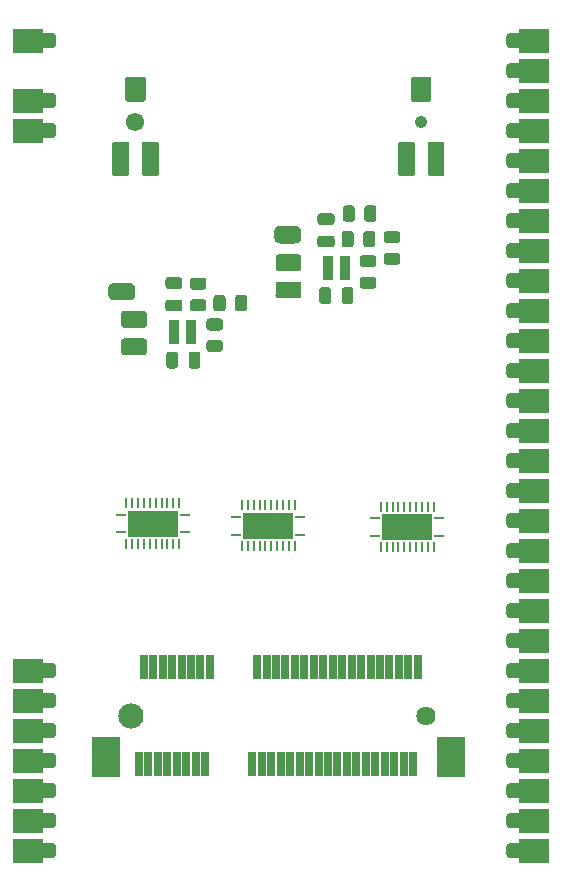
<source format=gts>
G04 #@! TF.GenerationSoftware,KiCad,Pcbnew,9.0.1+1*
G04 #@! TF.CreationDate,2025-11-12T15:12:02+00:00*
G04 #@! TF.ProjectId,cellular-modem,63656c6c-756c-4617-922d-6d6f64656d2e,rev?*
G04 #@! TF.SameCoordinates,Original*
G04 #@! TF.FileFunction,Soldermask,Top*
G04 #@! TF.FilePolarity,Negative*
%FSLAX46Y46*%
G04 Gerber Fmt 4.6, Leading zero omitted, Abs format (unit mm)*
G04 Created by KiCad (PCBNEW 9.0.1+1) date 2025-11-12 15:12:02*
%MOMM*%
%LPD*%
G01*
G04 APERTURE LIST*
%ADD10C,0.010000*%
%ADD11R,0.812800X0.254000*%
%ADD12R,0.254000X0.812800*%
%ADD13R,4.191000X2.209800*%
%ADD14C,1.550000*%
%ADD15C,1.050000*%
%ADD16R,0.640000X2.108200*%
%ADD17R,2.438400X3.352800*%
%ADD18C,2.133600*%
%ADD19C,1.625600*%
%ADD20R,2.540000X2.000000*%
G04 APERTURE END LIST*
D10*
X80240200Y-60796840D02*
X79480200Y-60796840D01*
X79480200Y-60376840D01*
X80240200Y-60376840D01*
X80240200Y-60796840D01*
G36*
X80240200Y-60796840D02*
G01*
X79480200Y-60796840D01*
X79480200Y-60376840D01*
X80240200Y-60376840D01*
X80240200Y-60796840D01*
G37*
X80240200Y-61296840D02*
X79480200Y-61296840D01*
X79480200Y-60876840D01*
X80240200Y-60876840D01*
X80240200Y-61296840D01*
G36*
X80240200Y-61296840D02*
G01*
X79480200Y-61296840D01*
X79480200Y-60876840D01*
X80240200Y-60876840D01*
X80240200Y-61296840D01*
G37*
X80240200Y-61796840D02*
X79480200Y-61796840D01*
X79480200Y-61376840D01*
X80240200Y-61376840D01*
X80240200Y-61796840D01*
G36*
X80240200Y-61796840D02*
G01*
X79480200Y-61796840D01*
X79480200Y-61376840D01*
X80240200Y-61376840D01*
X80240200Y-61796840D01*
G37*
X80240200Y-62296840D02*
X79480200Y-62296840D01*
X79480200Y-61876840D01*
X80240200Y-61876840D01*
X80240200Y-62296840D01*
G36*
X80240200Y-62296840D02*
G01*
X79480200Y-62296840D01*
X79480200Y-61876840D01*
X80240200Y-61876840D01*
X80240200Y-62296840D01*
G37*
X81710200Y-60796840D02*
X80950200Y-60796840D01*
X80950200Y-60376840D01*
X81710200Y-60376840D01*
X81710200Y-60796840D01*
G36*
X81710200Y-60796840D02*
G01*
X80950200Y-60796840D01*
X80950200Y-60376840D01*
X81710200Y-60376840D01*
X81710200Y-60796840D01*
G37*
X81710200Y-61296840D02*
X80950200Y-61296840D01*
X80950200Y-60876840D01*
X81710200Y-60876840D01*
X81710200Y-61296840D01*
G36*
X81710200Y-61296840D02*
G01*
X80950200Y-61296840D01*
X80950200Y-60876840D01*
X81710200Y-60876840D01*
X81710200Y-61296840D01*
G37*
X81710200Y-61796840D02*
X80950200Y-61796840D01*
X80950200Y-61376840D01*
X81710200Y-61376840D01*
X81710200Y-61796840D01*
G36*
X81710200Y-61796840D02*
G01*
X80950200Y-61796840D01*
X80950200Y-61376840D01*
X81710200Y-61376840D01*
X81710200Y-61796840D01*
G37*
X81710200Y-62296840D02*
X80950200Y-62296840D01*
X80950200Y-61876840D01*
X81710200Y-61876840D01*
X81710200Y-62296840D01*
G36*
X81710200Y-62296840D02*
G01*
X80950200Y-62296840D01*
X80950200Y-61876840D01*
X81710200Y-61876840D01*
X81710200Y-62296840D01*
G37*
G36*
X75644800Y-58687600D02*
G01*
X75344800Y-58687600D01*
X75344800Y-57187600D01*
X75644800Y-57187600D01*
X75644800Y-58687600D01*
G37*
X93288800Y-55353600D02*
X92528800Y-55353600D01*
X92528800Y-54933600D01*
X93288800Y-54933600D01*
X93288800Y-55353600D01*
G36*
X93288800Y-55353600D02*
G01*
X92528800Y-55353600D01*
X92528800Y-54933600D01*
X93288800Y-54933600D01*
X93288800Y-55353600D01*
G37*
X93288800Y-55853600D02*
X92528800Y-55853600D01*
X92528800Y-55433600D01*
X93288800Y-55433600D01*
X93288800Y-55853600D01*
G36*
X93288800Y-55853600D02*
G01*
X92528800Y-55853600D01*
X92528800Y-55433600D01*
X93288800Y-55433600D01*
X93288800Y-55853600D01*
G37*
X93288800Y-56353600D02*
X92528800Y-56353600D01*
X92528800Y-55933600D01*
X93288800Y-55933600D01*
X93288800Y-56353600D01*
G36*
X93288800Y-56353600D02*
G01*
X92528800Y-56353600D01*
X92528800Y-55933600D01*
X93288800Y-55933600D01*
X93288800Y-56353600D01*
G37*
X93288800Y-56853600D02*
X92528800Y-56853600D01*
X92528800Y-56433600D01*
X93288800Y-56433600D01*
X93288800Y-56853600D01*
G36*
X93288800Y-56853600D02*
G01*
X92528800Y-56853600D01*
X92528800Y-56433600D01*
X93288800Y-56433600D01*
X93288800Y-56853600D01*
G37*
X94758800Y-55353600D02*
X93998800Y-55353600D01*
X93998800Y-54933600D01*
X94758800Y-54933600D01*
X94758800Y-55353600D01*
G36*
X94758800Y-55353600D02*
G01*
X93998800Y-55353600D01*
X93998800Y-54933600D01*
X94758800Y-54933600D01*
X94758800Y-55353600D01*
G37*
X94758800Y-55853600D02*
X93998800Y-55853600D01*
X93998800Y-55433600D01*
X94758800Y-55433600D01*
X94758800Y-55853600D01*
G36*
X94758800Y-55853600D02*
G01*
X93998800Y-55853600D01*
X93998800Y-55433600D01*
X94758800Y-55433600D01*
X94758800Y-55853600D01*
G37*
X94758800Y-56353600D02*
X93998800Y-56353600D01*
X93998800Y-55933600D01*
X94758800Y-55933600D01*
X94758800Y-56353600D01*
G36*
X94758800Y-56353600D02*
G01*
X93998800Y-56353600D01*
X93998800Y-55933600D01*
X94758800Y-55933600D01*
X94758800Y-56353600D01*
G37*
X94758800Y-56853600D02*
X93998800Y-56853600D01*
X93998800Y-56433600D01*
X94758800Y-56433600D01*
X94758800Y-56853600D01*
G36*
X94758800Y-56853600D02*
G01*
X93998800Y-56853600D01*
X93998800Y-56433600D01*
X94758800Y-56433600D01*
X94758800Y-56853600D01*
G37*
G36*
X89695600Y-53887000D02*
G01*
X89395600Y-53887000D01*
X89395600Y-52387000D01*
X89695600Y-52387000D01*
X89695600Y-53887000D01*
G37*
D11*
X102383000Y-77140000D03*
D12*
X101915201Y-76162801D03*
X101415199Y-76162801D03*
X100915200Y-76162801D03*
X100415201Y-76162801D03*
X99915200Y-76162801D03*
X99415200Y-76162801D03*
X98915199Y-76162801D03*
X98415200Y-76162801D03*
X97915201Y-76162801D03*
X97415199Y-76162801D03*
D11*
X96947400Y-77140000D03*
X96947400Y-78640002D03*
D12*
X97415199Y-79617201D03*
X97915201Y-79617201D03*
X98415200Y-79617201D03*
X98915199Y-79617201D03*
X99415200Y-79617201D03*
X99915200Y-79617201D03*
X100415201Y-79617201D03*
X100915200Y-79617201D03*
X101415199Y-79617201D03*
X101915201Y-79617201D03*
D11*
X102383000Y-78640002D03*
D13*
X99665200Y-77890001D03*
G36*
G01*
X77375799Y-63338740D02*
X75675801Y-63338740D01*
G75*
G02*
X75425800Y-63088739I0J250001D01*
G01*
X75425800Y-62163741D01*
G75*
G02*
X75675801Y-61913740I250001J0D01*
G01*
X77375799Y-61913740D01*
G75*
G02*
X77625800Y-62163741I0J-250001D01*
G01*
X77625800Y-63088739D01*
G75*
G02*
X77375799Y-63338740I-250001J0D01*
G01*
G37*
G36*
G01*
X77375799Y-61013740D02*
X75675801Y-61013740D01*
G75*
G02*
X75425800Y-60763739I0J250001D01*
G01*
X75425800Y-59838741D01*
G75*
G02*
X75675801Y-59588740I250001J0D01*
G01*
X77375799Y-59588740D01*
G75*
G02*
X77625800Y-59838741I0J-250001D01*
G01*
X77625800Y-60763739D01*
G75*
G02*
X77375799Y-61013740I-250001J0D01*
G01*
G37*
G36*
G01*
X97919800Y-52829600D02*
X98819800Y-52829600D01*
G75*
G02*
X99069800Y-53079600I0J-250000D01*
G01*
X99069800Y-53604600D01*
G75*
G02*
X98819800Y-53854600I-250000J0D01*
G01*
X97919800Y-53854600D01*
G75*
G02*
X97669800Y-53604600I0J250000D01*
G01*
X97669800Y-53079600D01*
G75*
G02*
X97919800Y-52829600I250000J0D01*
G01*
G37*
G36*
G01*
X97919800Y-54654600D02*
X98819800Y-54654600D01*
G75*
G02*
X99069800Y-54904600I0J-250000D01*
G01*
X99069800Y-55429600D01*
G75*
G02*
X98819800Y-55679600I-250000J0D01*
G01*
X97919800Y-55679600D01*
G75*
G02*
X97669800Y-55429600I0J250000D01*
G01*
X97669800Y-54904600D01*
G75*
G02*
X97919800Y-54654600I250000J0D01*
G01*
G37*
G36*
G01*
X95110600Y-57818200D02*
X95110600Y-58768200D01*
G75*
G02*
X94860600Y-59018200I-250000J0D01*
G01*
X94360600Y-59018200D01*
G75*
G02*
X94110600Y-58768200I0J250000D01*
G01*
X94110600Y-57818200D01*
G75*
G02*
X94360600Y-57568200I250000J0D01*
G01*
X94860600Y-57568200D01*
G75*
G02*
X95110600Y-57818200I0J-250000D01*
G01*
G37*
G36*
G01*
X93210600Y-57818200D02*
X93210600Y-58768200D01*
G75*
G02*
X92960600Y-59018200I-250000J0D01*
G01*
X92460600Y-59018200D01*
G75*
G02*
X92210600Y-58768200I0J250000D01*
G01*
X92210600Y-57818200D01*
G75*
G02*
X92460600Y-57568200I250000J0D01*
G01*
X92960600Y-57568200D01*
G75*
G02*
X93210600Y-57818200I0J-250000D01*
G01*
G37*
G36*
G01*
X96787800Y-57709700D02*
X95887800Y-57709700D01*
G75*
G02*
X95637800Y-57459700I0J250000D01*
G01*
X95637800Y-56934700D01*
G75*
G02*
X95887800Y-56684700I250000J0D01*
G01*
X96787800Y-56684700D01*
G75*
G02*
X97037800Y-56934700I0J-250000D01*
G01*
X97037800Y-57459700D01*
G75*
G02*
X96787800Y-57709700I-250000J0D01*
G01*
G37*
G36*
G01*
X96787800Y-55884700D02*
X95887800Y-55884700D01*
G75*
G02*
X95637800Y-55634700I0J250000D01*
G01*
X95637800Y-55109700D01*
G75*
G02*
X95887800Y-54859700I250000J0D01*
G01*
X96787800Y-54859700D01*
G75*
G02*
X97037800Y-55109700I0J-250000D01*
G01*
X97037800Y-55634700D01*
G75*
G02*
X96787800Y-55884700I-250000J0D01*
G01*
G37*
D14*
X76651600Y-43563799D03*
D15*
X100851600Y-43563799D03*
G36*
G01*
X75799600Y-41763799D02*
X75799600Y-39863799D01*
G75*
G02*
X75901600Y-39761799I102000J0D01*
G01*
X77401600Y-39761799D01*
G75*
G02*
X77503600Y-39863799I0J-102000D01*
G01*
X77503600Y-41763799D01*
G75*
G02*
X77401600Y-41865799I-102000J0D01*
G01*
X75901600Y-41865799D01*
G75*
G02*
X75799600Y-41763799I0J102000D01*
G01*
G37*
G36*
G01*
X74699600Y-48063799D02*
X74699600Y-45363799D01*
G75*
G02*
X74801600Y-45261799I102000J0D01*
G01*
X76001600Y-45261799D01*
G75*
G02*
X76103600Y-45363799I0J-102000D01*
G01*
X76103600Y-48063799D01*
G75*
G02*
X76001600Y-48165799I-102000J0D01*
G01*
X74801600Y-48165799D01*
G75*
G02*
X74699600Y-48063799I0J102000D01*
G01*
G37*
G36*
G01*
X77199600Y-48063799D02*
X77199600Y-45363799D01*
G75*
G02*
X77301600Y-45261799I102000J0D01*
G01*
X78501600Y-45261799D01*
G75*
G02*
X78603600Y-45363799I0J-102000D01*
G01*
X78603600Y-48063799D01*
G75*
G02*
X78501600Y-48165799I-102000J0D01*
G01*
X77301600Y-48165799D01*
G75*
G02*
X77199600Y-48063799I0J102000D01*
G01*
G37*
G36*
G01*
X99999600Y-41763799D02*
X99999600Y-39863799D01*
G75*
G02*
X100101600Y-39761799I102000J0D01*
G01*
X101601600Y-39761799D01*
G75*
G02*
X101703600Y-39863799I0J-102000D01*
G01*
X101703600Y-41763799D01*
G75*
G02*
X101601600Y-41865799I-102000J0D01*
G01*
X100101600Y-41865799D01*
G75*
G02*
X99999600Y-41763799I0J102000D01*
G01*
G37*
G36*
G01*
X98899600Y-48063799D02*
X98899600Y-45363799D01*
G75*
G02*
X99001600Y-45261799I102000J0D01*
G01*
X100201600Y-45261799D01*
G75*
G02*
X100303600Y-45363799I0J-102000D01*
G01*
X100303600Y-48063799D01*
G75*
G02*
X100201600Y-48165799I-102000J0D01*
G01*
X99001600Y-48165799D01*
G75*
G02*
X98899600Y-48063799I0J102000D01*
G01*
G37*
G36*
G01*
X101399600Y-48063799D02*
X101399600Y-45363799D01*
G75*
G02*
X101501600Y-45261799I102000J0D01*
G01*
X102701600Y-45261799D01*
G75*
G02*
X102803600Y-45363799I0J-102000D01*
G01*
X102803600Y-48063799D01*
G75*
G02*
X102701600Y-48165799I-102000J0D01*
G01*
X101501600Y-48165799D01*
G75*
G02*
X101399600Y-48063799I0J102000D01*
G01*
G37*
G36*
G01*
X94101900Y-53968000D02*
X94101900Y-53068000D01*
G75*
G02*
X94351900Y-52818000I250000J0D01*
G01*
X94876900Y-52818000D01*
G75*
G02*
X95126900Y-53068000I0J-250000D01*
G01*
X95126900Y-53968000D01*
G75*
G02*
X94876900Y-54218000I-250000J0D01*
G01*
X94351900Y-54218000D01*
G75*
G02*
X94101900Y-53968000I0J250000D01*
G01*
G37*
G36*
G01*
X95926900Y-53968000D02*
X95926900Y-53068000D01*
G75*
G02*
X96176900Y-52818000I250000J0D01*
G01*
X96701900Y-52818000D01*
G75*
G02*
X96951900Y-53068000I0J-250000D01*
G01*
X96951900Y-53968000D01*
G75*
G02*
X96701900Y-54218000I-250000J0D01*
G01*
X96176900Y-54218000D01*
G75*
G02*
X95926900Y-53968000I0J250000D01*
G01*
G37*
D16*
X76951601Y-97958398D03*
X77351600Y-89758397D03*
X77751602Y-97958398D03*
X78151601Y-89758397D03*
X78551600Y-97958398D03*
X78951602Y-89758397D03*
X79351601Y-97958398D03*
X79751600Y-89758397D03*
X80151599Y-97958398D03*
X80551601Y-89758397D03*
X80951600Y-97958398D03*
X81351600Y-89758397D03*
X81751601Y-97958398D03*
X82151601Y-89758397D03*
X82551600Y-97958398D03*
X82951601Y-89758397D03*
X86551599Y-97958398D03*
X86951601Y-89758397D03*
X87351600Y-97958398D03*
X87751599Y-89758397D03*
X88151601Y-97958398D03*
X88551600Y-89758397D03*
X88951600Y-97958398D03*
X89351599Y-89758397D03*
X89751601Y-97958398D03*
X90151600Y-89758397D03*
X90551599Y-97958398D03*
X90951601Y-89758397D03*
X91351600Y-97958398D03*
X91751599Y-89758397D03*
X92151598Y-97958398D03*
X92551600Y-89758397D03*
X92951599Y-97958398D03*
X93351598Y-89758397D03*
X93751600Y-97958398D03*
X94151599Y-89758397D03*
X94551599Y-97958398D03*
X94951600Y-89758397D03*
X95351599Y-97958398D03*
X95751599Y-89758397D03*
X96151598Y-97958398D03*
X96551600Y-89758397D03*
X96951599Y-97958398D03*
X97351598Y-89758397D03*
X97751600Y-97958398D03*
X98151599Y-89758397D03*
X98551598Y-97958398D03*
X98951600Y-89758397D03*
X99351599Y-97958398D03*
X99751598Y-89758397D03*
X100151598Y-97958398D03*
X100551599Y-89758397D03*
D17*
X74176598Y-97358400D03*
X103326602Y-97358400D03*
D18*
X76251599Y-93858465D03*
D19*
X101251601Y-93858399D03*
G36*
G01*
X90456799Y-58536700D02*
X88756801Y-58536700D01*
G75*
G02*
X88506800Y-58286699I0J250001D01*
G01*
X88506800Y-57361701D01*
G75*
G02*
X88756801Y-57111700I250001J0D01*
G01*
X90456799Y-57111700D01*
G75*
G02*
X90706800Y-57361701I0J-250001D01*
G01*
X90706800Y-58286699D01*
G75*
G02*
X90456799Y-58536700I-250001J0D01*
G01*
G37*
G36*
G01*
X90456799Y-56211700D02*
X88756801Y-56211700D01*
G75*
G02*
X88506800Y-55961699I0J250001D01*
G01*
X88506800Y-55036701D01*
G75*
G02*
X88756801Y-54786700I250001J0D01*
G01*
X90456799Y-54786700D01*
G75*
G02*
X90706800Y-55036701I0J-250001D01*
G01*
X90706800Y-55961699D01*
G75*
G02*
X90456799Y-56211700I-250001J0D01*
G01*
G37*
G36*
X75644800Y-57187600D02*
G01*
X76144800Y-57187600D01*
X76144800Y-57191878D01*
X76210063Y-57191878D01*
X76336142Y-57225660D01*
X76449181Y-57290923D01*
X76541477Y-57383219D01*
X76606740Y-57496258D01*
X76640522Y-57622337D01*
X76640522Y-57687600D01*
X76644800Y-57687600D01*
X76644800Y-58187600D01*
X76640522Y-58187600D01*
X76640522Y-58252863D01*
X76606740Y-58378942D01*
X76541477Y-58491981D01*
X76449181Y-58584277D01*
X76336142Y-58649540D01*
X76210063Y-58683322D01*
X76144800Y-58683322D01*
X76144800Y-58687600D01*
X75644800Y-58687600D01*
X75644800Y-57187600D01*
G37*
G36*
X74844800Y-58683322D02*
G01*
X74779537Y-58683322D01*
X74653458Y-58649540D01*
X74540419Y-58584277D01*
X74448123Y-58491981D01*
X74382860Y-58378942D01*
X74349078Y-58252863D01*
X74349078Y-58187600D01*
X74344800Y-58187600D01*
X74344800Y-57687600D01*
X74349078Y-57687600D01*
X74349078Y-57622337D01*
X74382860Y-57496258D01*
X74448123Y-57383219D01*
X74540419Y-57290923D01*
X74653458Y-57225660D01*
X74779537Y-57191878D01*
X74844800Y-57191878D01*
X74844800Y-57187600D01*
X75344800Y-57187600D01*
X75344800Y-58687600D01*
X74844800Y-58687600D01*
X74844800Y-58683322D01*
G37*
D11*
X85187200Y-78525001D03*
D12*
X85654999Y-79502200D03*
X86155001Y-79502200D03*
X86655000Y-79502200D03*
X87154999Y-79502200D03*
X87655000Y-79502200D03*
X88155000Y-79502200D03*
X88655001Y-79502200D03*
X89155000Y-79502200D03*
X89654999Y-79502200D03*
X90155001Y-79502200D03*
D11*
X90622800Y-78525001D03*
X90622800Y-77024999D03*
D12*
X90155001Y-76047800D03*
X89654999Y-76047800D03*
X89155000Y-76047800D03*
X88655001Y-76047800D03*
X88155000Y-76047800D03*
X87655000Y-76047800D03*
X87154999Y-76047800D03*
X86655000Y-76047800D03*
X86155001Y-76047800D03*
X85654999Y-76047800D03*
D11*
X85187200Y-77024999D03*
D13*
X87905000Y-77775000D03*
G36*
G01*
X94199700Y-51809000D02*
X94199700Y-50909000D01*
G75*
G02*
X94449700Y-50659000I250000J0D01*
G01*
X94974700Y-50659000D01*
G75*
G02*
X95224700Y-50909000I0J-250000D01*
G01*
X95224700Y-51809000D01*
G75*
G02*
X94974700Y-52059000I-250000J0D01*
G01*
X94449700Y-52059000D01*
G75*
G02*
X94199700Y-51809000I0J250000D01*
G01*
G37*
G36*
G01*
X96024700Y-51809000D02*
X96024700Y-50909000D01*
G75*
G02*
X96274700Y-50659000I250000J0D01*
G01*
X96799700Y-50659000D01*
G75*
G02*
X97049700Y-50909000I0J-250000D01*
G01*
X97049700Y-51809000D01*
G75*
G02*
X96799700Y-52059000I-250000J0D01*
G01*
X96274700Y-52059000D01*
G75*
G02*
X96024700Y-51809000I0J250000D01*
G01*
G37*
G36*
G01*
X83254200Y-59379640D02*
X83254200Y-58479640D01*
G75*
G02*
X83504200Y-58229640I250000J0D01*
G01*
X84029200Y-58229640D01*
G75*
G02*
X84279200Y-58479640I0J-250000D01*
G01*
X84279200Y-59379640D01*
G75*
G02*
X84029200Y-59629640I-250000J0D01*
G01*
X83504200Y-59629640D01*
G75*
G02*
X83254200Y-59379640I0J250000D01*
G01*
G37*
G36*
G01*
X85079200Y-59379640D02*
X85079200Y-58479640D01*
G75*
G02*
X85329200Y-58229640I250000J0D01*
G01*
X85854200Y-58229640D01*
G75*
G02*
X86104200Y-58479640I0J-250000D01*
G01*
X86104200Y-59379640D01*
G75*
G02*
X85854200Y-59629640I-250000J0D01*
G01*
X85329200Y-59629640D01*
G75*
G02*
X85079200Y-59379640I0J250000D01*
G01*
G37*
G36*
G01*
X83808400Y-63074340D02*
X82908400Y-63074340D01*
G75*
G02*
X82658400Y-62824340I0J250000D01*
G01*
X82658400Y-62299340D01*
G75*
G02*
X82908400Y-62049340I250000J0D01*
G01*
X83808400Y-62049340D01*
G75*
G02*
X84058400Y-62299340I0J-250000D01*
G01*
X84058400Y-62824340D01*
G75*
G02*
X83808400Y-63074340I-250000J0D01*
G01*
G37*
G36*
G01*
X83808400Y-61249340D02*
X82908400Y-61249340D01*
G75*
G02*
X82658400Y-60999340I0J250000D01*
G01*
X82658400Y-60474340D01*
G75*
G02*
X82908400Y-60224340I250000J0D01*
G01*
X83808400Y-60224340D01*
G75*
G02*
X84058400Y-60474340I0J-250000D01*
G01*
X84058400Y-60999340D01*
G75*
G02*
X83808400Y-61249340I-250000J0D01*
G01*
G37*
D20*
X67585200Y-36703200D03*
G36*
G01*
X69910200Y-36328200D02*
X69910200Y-37078200D01*
G75*
G02*
X69660200Y-37328200I-250000J0D01*
G01*
X68910200Y-37328200D01*
G75*
G02*
X68660200Y-37078200I0J250000D01*
G01*
X68660200Y-36328200D01*
G75*
G02*
X68910200Y-36078200I250000J0D01*
G01*
X69660200Y-36078200D01*
G75*
G02*
X69910200Y-36328200I0J-250000D01*
G01*
G37*
X67585200Y-41783200D03*
G36*
G01*
X69910200Y-41408200D02*
X69910200Y-42158200D01*
G75*
G02*
X69660200Y-42408200I-250000J0D01*
G01*
X68910200Y-42408200D01*
G75*
G02*
X68660200Y-42158200I0J250000D01*
G01*
X68660200Y-41408200D01*
G75*
G02*
X68910200Y-41158200I250000J0D01*
G01*
X69660200Y-41158200D01*
G75*
G02*
X69910200Y-41408200I0J-250000D01*
G01*
G37*
X67585200Y-44323200D03*
G36*
G01*
X69910200Y-43948200D02*
X69910200Y-44698200D01*
G75*
G02*
X69660200Y-44948200I-250000J0D01*
G01*
X68910200Y-44948200D01*
G75*
G02*
X68660200Y-44698200I0J250000D01*
G01*
X68660200Y-43948200D01*
G75*
G02*
X68910200Y-43698200I250000J0D01*
G01*
X69660200Y-43698200D01*
G75*
G02*
X69910200Y-43948200I0J-250000D01*
G01*
G37*
X67585200Y-90043200D03*
G36*
G01*
X69910200Y-89668200D02*
X69910200Y-90418200D01*
G75*
G02*
X69660200Y-90668200I-250000J0D01*
G01*
X68910200Y-90668200D01*
G75*
G02*
X68660200Y-90418200I0J250000D01*
G01*
X68660200Y-89668200D01*
G75*
G02*
X68910200Y-89418200I250000J0D01*
G01*
X69660200Y-89418200D01*
G75*
G02*
X69910200Y-89668200I0J-250000D01*
G01*
G37*
X67585200Y-92583200D03*
G36*
G01*
X69910200Y-92208200D02*
X69910200Y-92958200D01*
G75*
G02*
X69660200Y-93208200I-250000J0D01*
G01*
X68910200Y-93208200D01*
G75*
G02*
X68660200Y-92958200I0J250000D01*
G01*
X68660200Y-92208200D01*
G75*
G02*
X68910200Y-91958200I250000J0D01*
G01*
X69660200Y-91958200D01*
G75*
G02*
X69910200Y-92208200I0J-250000D01*
G01*
G37*
X67585200Y-95123200D03*
G36*
G01*
X69910200Y-94748200D02*
X69910200Y-95498200D01*
G75*
G02*
X69660200Y-95748200I-250000J0D01*
G01*
X68910200Y-95748200D01*
G75*
G02*
X68660200Y-95498200I0J250000D01*
G01*
X68660200Y-94748200D01*
G75*
G02*
X68910200Y-94498200I250000J0D01*
G01*
X69660200Y-94498200D01*
G75*
G02*
X69910200Y-94748200I0J-250000D01*
G01*
G37*
X67585200Y-97663200D03*
G36*
G01*
X69910200Y-97288200D02*
X69910200Y-98038200D01*
G75*
G02*
X69660200Y-98288200I-250000J0D01*
G01*
X68910200Y-98288200D01*
G75*
G02*
X68660200Y-98038200I0J250000D01*
G01*
X68660200Y-97288200D01*
G75*
G02*
X68910200Y-97038200I250000J0D01*
G01*
X69660200Y-97038200D01*
G75*
G02*
X69910200Y-97288200I0J-250000D01*
G01*
G37*
X67585200Y-100203200D03*
G36*
G01*
X69910200Y-99828200D02*
X69910200Y-100578200D01*
G75*
G02*
X69660200Y-100828200I-250000J0D01*
G01*
X68910200Y-100828200D01*
G75*
G02*
X68660200Y-100578200I0J250000D01*
G01*
X68660200Y-99828200D01*
G75*
G02*
X68910200Y-99578200I250000J0D01*
G01*
X69660200Y-99578200D01*
G75*
G02*
X69910200Y-99828200I0J-250000D01*
G01*
G37*
X67585200Y-102743200D03*
G36*
G01*
X69910200Y-102368200D02*
X69910200Y-103118200D01*
G75*
G02*
X69660200Y-103368200I-250000J0D01*
G01*
X68910200Y-103368200D01*
G75*
G02*
X68660200Y-103118200I0J250000D01*
G01*
X68660200Y-102368200D01*
G75*
G02*
X68910200Y-102118200I250000J0D01*
G01*
X69660200Y-102118200D01*
G75*
G02*
X69910200Y-102368200I0J-250000D01*
G01*
G37*
X67585200Y-105283200D03*
G36*
G01*
X69910200Y-104908200D02*
X69910200Y-105658200D01*
G75*
G02*
X69660200Y-105908200I-250000J0D01*
G01*
X68910200Y-105908200D01*
G75*
G02*
X68660200Y-105658200I0J250000D01*
G01*
X68660200Y-104908200D01*
G75*
G02*
X68910200Y-104658200I250000J0D01*
G01*
X69660200Y-104658200D01*
G75*
G02*
X69910200Y-104908200I0J-250000D01*
G01*
G37*
G36*
G01*
X109310200Y-36328200D02*
X109310200Y-37078200D01*
G75*
G02*
X109060200Y-37328200I-250000J0D01*
G01*
X108310200Y-37328200D01*
G75*
G02*
X108060200Y-37078200I0J250000D01*
G01*
X108060200Y-36328200D01*
G75*
G02*
X108310200Y-36078200I250000J0D01*
G01*
X109060200Y-36078200D01*
G75*
G02*
X109310200Y-36328200I0J-250000D01*
G01*
G37*
X110385200Y-36703200D03*
G36*
G01*
X109310200Y-38868200D02*
X109310200Y-39618200D01*
G75*
G02*
X109060200Y-39868200I-250000J0D01*
G01*
X108310200Y-39868200D01*
G75*
G02*
X108060200Y-39618200I0J250000D01*
G01*
X108060200Y-38868200D01*
G75*
G02*
X108310200Y-38618200I250000J0D01*
G01*
X109060200Y-38618200D01*
G75*
G02*
X109310200Y-38868200I0J-250000D01*
G01*
G37*
X110385200Y-39243200D03*
G36*
G01*
X109310200Y-41408200D02*
X109310200Y-42158200D01*
G75*
G02*
X109060200Y-42408200I-250000J0D01*
G01*
X108310200Y-42408200D01*
G75*
G02*
X108060200Y-42158200I0J250000D01*
G01*
X108060200Y-41408200D01*
G75*
G02*
X108310200Y-41158200I250000J0D01*
G01*
X109060200Y-41158200D01*
G75*
G02*
X109310200Y-41408200I0J-250000D01*
G01*
G37*
X110385200Y-41783200D03*
G36*
G01*
X109310200Y-43948200D02*
X109310200Y-44698200D01*
G75*
G02*
X109060200Y-44948200I-250000J0D01*
G01*
X108310200Y-44948200D01*
G75*
G02*
X108060200Y-44698200I0J250000D01*
G01*
X108060200Y-43948200D01*
G75*
G02*
X108310200Y-43698200I250000J0D01*
G01*
X109060200Y-43698200D01*
G75*
G02*
X109310200Y-43948200I0J-250000D01*
G01*
G37*
X110385200Y-44323200D03*
G36*
G01*
X109310200Y-46488200D02*
X109310200Y-47238200D01*
G75*
G02*
X109060200Y-47488200I-250000J0D01*
G01*
X108310200Y-47488200D01*
G75*
G02*
X108060200Y-47238200I0J250000D01*
G01*
X108060200Y-46488200D01*
G75*
G02*
X108310200Y-46238200I250000J0D01*
G01*
X109060200Y-46238200D01*
G75*
G02*
X109310200Y-46488200I0J-250000D01*
G01*
G37*
X110385200Y-46863200D03*
G36*
G01*
X109310200Y-49028200D02*
X109310200Y-49778200D01*
G75*
G02*
X109060200Y-50028200I-250000J0D01*
G01*
X108310200Y-50028200D01*
G75*
G02*
X108060200Y-49778200I0J250000D01*
G01*
X108060200Y-49028200D01*
G75*
G02*
X108310200Y-48778200I250000J0D01*
G01*
X109060200Y-48778200D01*
G75*
G02*
X109310200Y-49028200I0J-250000D01*
G01*
G37*
X110385200Y-49403200D03*
G36*
G01*
X109310200Y-51568200D02*
X109310200Y-52318200D01*
G75*
G02*
X109060200Y-52568200I-250000J0D01*
G01*
X108310200Y-52568200D01*
G75*
G02*
X108060200Y-52318200I0J250000D01*
G01*
X108060200Y-51568200D01*
G75*
G02*
X108310200Y-51318200I250000J0D01*
G01*
X109060200Y-51318200D01*
G75*
G02*
X109310200Y-51568200I0J-250000D01*
G01*
G37*
X110385200Y-51943200D03*
G36*
G01*
X109310200Y-54108200D02*
X109310200Y-54858200D01*
G75*
G02*
X109060200Y-55108200I-250000J0D01*
G01*
X108310200Y-55108200D01*
G75*
G02*
X108060200Y-54858200I0J250000D01*
G01*
X108060200Y-54108200D01*
G75*
G02*
X108310200Y-53858200I250000J0D01*
G01*
X109060200Y-53858200D01*
G75*
G02*
X109310200Y-54108200I0J-250000D01*
G01*
G37*
X110385200Y-54483200D03*
G36*
G01*
X109310200Y-56648200D02*
X109310200Y-57398200D01*
G75*
G02*
X109060200Y-57648200I-250000J0D01*
G01*
X108310200Y-57648200D01*
G75*
G02*
X108060200Y-57398200I0J250000D01*
G01*
X108060200Y-56648200D01*
G75*
G02*
X108310200Y-56398200I250000J0D01*
G01*
X109060200Y-56398200D01*
G75*
G02*
X109310200Y-56648200I0J-250000D01*
G01*
G37*
X110385200Y-57023200D03*
G36*
G01*
X109310200Y-59188200D02*
X109310200Y-59938200D01*
G75*
G02*
X109060200Y-60188200I-250000J0D01*
G01*
X108310200Y-60188200D01*
G75*
G02*
X108060200Y-59938200I0J250000D01*
G01*
X108060200Y-59188200D01*
G75*
G02*
X108310200Y-58938200I250000J0D01*
G01*
X109060200Y-58938200D01*
G75*
G02*
X109310200Y-59188200I0J-250000D01*
G01*
G37*
X110385200Y-59563200D03*
G36*
G01*
X109310200Y-61728200D02*
X109310200Y-62478200D01*
G75*
G02*
X109060200Y-62728200I-250000J0D01*
G01*
X108310200Y-62728200D01*
G75*
G02*
X108060200Y-62478200I0J250000D01*
G01*
X108060200Y-61728200D01*
G75*
G02*
X108310200Y-61478200I250000J0D01*
G01*
X109060200Y-61478200D01*
G75*
G02*
X109310200Y-61728200I0J-250000D01*
G01*
G37*
X110385200Y-62103200D03*
G36*
G01*
X109310200Y-64268200D02*
X109310200Y-65018200D01*
G75*
G02*
X109060200Y-65268200I-250000J0D01*
G01*
X108310200Y-65268200D01*
G75*
G02*
X108060200Y-65018200I0J250000D01*
G01*
X108060200Y-64268200D01*
G75*
G02*
X108310200Y-64018200I250000J0D01*
G01*
X109060200Y-64018200D01*
G75*
G02*
X109310200Y-64268200I0J-250000D01*
G01*
G37*
X110385200Y-64643200D03*
G36*
G01*
X109310200Y-66808200D02*
X109310200Y-67558200D01*
G75*
G02*
X109060200Y-67808200I-250000J0D01*
G01*
X108310200Y-67808200D01*
G75*
G02*
X108060200Y-67558200I0J250000D01*
G01*
X108060200Y-66808200D01*
G75*
G02*
X108310200Y-66558200I250000J0D01*
G01*
X109060200Y-66558200D01*
G75*
G02*
X109310200Y-66808200I0J-250000D01*
G01*
G37*
X110385200Y-67183200D03*
G36*
G01*
X109310200Y-69348200D02*
X109310200Y-70098200D01*
G75*
G02*
X109060200Y-70348200I-250000J0D01*
G01*
X108310200Y-70348200D01*
G75*
G02*
X108060200Y-70098200I0J250000D01*
G01*
X108060200Y-69348200D01*
G75*
G02*
X108310200Y-69098200I250000J0D01*
G01*
X109060200Y-69098200D01*
G75*
G02*
X109310200Y-69348200I0J-250000D01*
G01*
G37*
X110385200Y-69723200D03*
G36*
G01*
X109310200Y-71888200D02*
X109310200Y-72638200D01*
G75*
G02*
X109060200Y-72888200I-250000J0D01*
G01*
X108310200Y-72888200D01*
G75*
G02*
X108060200Y-72638200I0J250000D01*
G01*
X108060200Y-71888200D01*
G75*
G02*
X108310200Y-71638200I250000J0D01*
G01*
X109060200Y-71638200D01*
G75*
G02*
X109310200Y-71888200I0J-250000D01*
G01*
G37*
X110385200Y-72263200D03*
G36*
G01*
X109310200Y-74428200D02*
X109310200Y-75178200D01*
G75*
G02*
X109060200Y-75428200I-250000J0D01*
G01*
X108310200Y-75428200D01*
G75*
G02*
X108060200Y-75178200I0J250000D01*
G01*
X108060200Y-74428200D01*
G75*
G02*
X108310200Y-74178200I250000J0D01*
G01*
X109060200Y-74178200D01*
G75*
G02*
X109310200Y-74428200I0J-250000D01*
G01*
G37*
X110385200Y-74803200D03*
G36*
G01*
X109310200Y-76968200D02*
X109310200Y-77718200D01*
G75*
G02*
X109060200Y-77968200I-250000J0D01*
G01*
X108310200Y-77968200D01*
G75*
G02*
X108060200Y-77718200I0J250000D01*
G01*
X108060200Y-76968200D01*
G75*
G02*
X108310200Y-76718200I250000J0D01*
G01*
X109060200Y-76718200D01*
G75*
G02*
X109310200Y-76968200I0J-250000D01*
G01*
G37*
X110385200Y-77343200D03*
G36*
G01*
X109310200Y-79508200D02*
X109310200Y-80258200D01*
G75*
G02*
X109060200Y-80508200I-250000J0D01*
G01*
X108310200Y-80508200D01*
G75*
G02*
X108060200Y-80258200I0J250000D01*
G01*
X108060200Y-79508200D01*
G75*
G02*
X108310200Y-79258200I250000J0D01*
G01*
X109060200Y-79258200D01*
G75*
G02*
X109310200Y-79508200I0J-250000D01*
G01*
G37*
X110385200Y-79883200D03*
G36*
G01*
X109310200Y-82048200D02*
X109310200Y-82798200D01*
G75*
G02*
X109060200Y-83048200I-250000J0D01*
G01*
X108310200Y-83048200D01*
G75*
G02*
X108060200Y-82798200I0J250000D01*
G01*
X108060200Y-82048200D01*
G75*
G02*
X108310200Y-81798200I250000J0D01*
G01*
X109060200Y-81798200D01*
G75*
G02*
X109310200Y-82048200I0J-250000D01*
G01*
G37*
X110385200Y-82423200D03*
G36*
G01*
X109310200Y-84588200D02*
X109310200Y-85338200D01*
G75*
G02*
X109060200Y-85588200I-250000J0D01*
G01*
X108310200Y-85588200D01*
G75*
G02*
X108060200Y-85338200I0J250000D01*
G01*
X108060200Y-84588200D01*
G75*
G02*
X108310200Y-84338200I250000J0D01*
G01*
X109060200Y-84338200D01*
G75*
G02*
X109310200Y-84588200I0J-250000D01*
G01*
G37*
X110385200Y-84963200D03*
G36*
G01*
X109310200Y-87128200D02*
X109310200Y-87878200D01*
G75*
G02*
X109060200Y-88128200I-250000J0D01*
G01*
X108310200Y-88128200D01*
G75*
G02*
X108060200Y-87878200I0J250000D01*
G01*
X108060200Y-87128200D01*
G75*
G02*
X108310200Y-86878200I250000J0D01*
G01*
X109060200Y-86878200D01*
G75*
G02*
X109310200Y-87128200I0J-250000D01*
G01*
G37*
X110385200Y-87503200D03*
G36*
G01*
X109310200Y-89668200D02*
X109310200Y-90418200D01*
G75*
G02*
X109060200Y-90668200I-250000J0D01*
G01*
X108310200Y-90668200D01*
G75*
G02*
X108060200Y-90418200I0J250000D01*
G01*
X108060200Y-89668200D01*
G75*
G02*
X108310200Y-89418200I250000J0D01*
G01*
X109060200Y-89418200D01*
G75*
G02*
X109310200Y-89668200I0J-250000D01*
G01*
G37*
X110385200Y-90043200D03*
G36*
G01*
X109310200Y-92208200D02*
X109310200Y-92958200D01*
G75*
G02*
X109060200Y-93208200I-250000J0D01*
G01*
X108310200Y-93208200D01*
G75*
G02*
X108060200Y-92958200I0J250000D01*
G01*
X108060200Y-92208200D01*
G75*
G02*
X108310200Y-91958200I250000J0D01*
G01*
X109060200Y-91958200D01*
G75*
G02*
X109310200Y-92208200I0J-250000D01*
G01*
G37*
X110385200Y-92583200D03*
G36*
G01*
X109310200Y-94748200D02*
X109310200Y-95498200D01*
G75*
G02*
X109060200Y-95748200I-250000J0D01*
G01*
X108310200Y-95748200D01*
G75*
G02*
X108060200Y-95498200I0J250000D01*
G01*
X108060200Y-94748200D01*
G75*
G02*
X108310200Y-94498200I250000J0D01*
G01*
X109060200Y-94498200D01*
G75*
G02*
X109310200Y-94748200I0J-250000D01*
G01*
G37*
X110385200Y-95123200D03*
G36*
G01*
X109310200Y-97288200D02*
X109310200Y-98038200D01*
G75*
G02*
X109060200Y-98288200I-250000J0D01*
G01*
X108310200Y-98288200D01*
G75*
G02*
X108060200Y-98038200I0J250000D01*
G01*
X108060200Y-97288200D01*
G75*
G02*
X108310200Y-97038200I250000J0D01*
G01*
X109060200Y-97038200D01*
G75*
G02*
X109310200Y-97288200I0J-250000D01*
G01*
G37*
X110385200Y-97663200D03*
G36*
G01*
X109310200Y-99828200D02*
X109310200Y-100578200D01*
G75*
G02*
X109060200Y-100828200I-250000J0D01*
G01*
X108310200Y-100828200D01*
G75*
G02*
X108060200Y-100578200I0J250000D01*
G01*
X108060200Y-99828200D01*
G75*
G02*
X108310200Y-99578200I250000J0D01*
G01*
X109060200Y-99578200D01*
G75*
G02*
X109310200Y-99828200I0J-250000D01*
G01*
G37*
X110385200Y-100203200D03*
G36*
G01*
X109310200Y-102368200D02*
X109310200Y-103118200D01*
G75*
G02*
X109060200Y-103368200I-250000J0D01*
G01*
X108310200Y-103368200D01*
G75*
G02*
X108060200Y-103118200I0J250000D01*
G01*
X108060200Y-102368200D01*
G75*
G02*
X108310200Y-102118200I250000J0D01*
G01*
X109060200Y-102118200D01*
G75*
G02*
X109310200Y-102368200I0J-250000D01*
G01*
G37*
X110385200Y-102743200D03*
G36*
G01*
X109310200Y-104908200D02*
X109310200Y-105658200D01*
G75*
G02*
X109060200Y-105908200I-250000J0D01*
G01*
X108310200Y-105908200D01*
G75*
G02*
X108060200Y-105658200I0J250000D01*
G01*
X108060200Y-104908200D01*
G75*
G02*
X108310200Y-104658200I250000J0D01*
G01*
X109060200Y-104658200D01*
G75*
G02*
X109310200Y-104908200I0J-250000D01*
G01*
G37*
X110385200Y-105283200D03*
G36*
G01*
X81511400Y-56766140D02*
X82411400Y-56766140D01*
G75*
G02*
X82661400Y-57016140I0J-250000D01*
G01*
X82661400Y-57541140D01*
G75*
G02*
X82411400Y-57791140I-250000J0D01*
G01*
X81511400Y-57791140D01*
G75*
G02*
X81261400Y-57541140I0J250000D01*
G01*
X81261400Y-57016140D01*
G75*
G02*
X81511400Y-56766140I250000J0D01*
G01*
G37*
G36*
G01*
X81511400Y-58591140D02*
X82411400Y-58591140D01*
G75*
G02*
X82661400Y-58841140I0J-250000D01*
G01*
X82661400Y-59366140D01*
G75*
G02*
X82411400Y-59616140I-250000J0D01*
G01*
X81511400Y-59616140D01*
G75*
G02*
X81261400Y-59366140I0J250000D01*
G01*
X81261400Y-58841140D01*
G75*
G02*
X81511400Y-58591140I250000J0D01*
G01*
G37*
G36*
X89695600Y-52387000D02*
G01*
X90195600Y-52387000D01*
X90195600Y-52391278D01*
X90260863Y-52391278D01*
X90386942Y-52425060D01*
X90499981Y-52490323D01*
X90592277Y-52582619D01*
X90657540Y-52695658D01*
X90691322Y-52821737D01*
X90691322Y-52887000D01*
X90695600Y-52887000D01*
X90695600Y-53387000D01*
X90691322Y-53387000D01*
X90691322Y-53452263D01*
X90657540Y-53578342D01*
X90592277Y-53691381D01*
X90499981Y-53783677D01*
X90386942Y-53848940D01*
X90260863Y-53882722D01*
X90195600Y-53882722D01*
X90195600Y-53887000D01*
X89695600Y-53887000D01*
X89695600Y-52387000D01*
G37*
G36*
X88895600Y-53882722D02*
G01*
X88830337Y-53882722D01*
X88704258Y-53848940D01*
X88591219Y-53783677D01*
X88498923Y-53691381D01*
X88433660Y-53578342D01*
X88399878Y-53452263D01*
X88399878Y-53387000D01*
X88395600Y-53387000D01*
X88395600Y-52887000D01*
X88399878Y-52887000D01*
X88399878Y-52821737D01*
X88433660Y-52695658D01*
X88498923Y-52582619D01*
X88591219Y-52490323D01*
X88704258Y-52425060D01*
X88830337Y-52391278D01*
X88895600Y-52391278D01*
X88895600Y-52387000D01*
X89395600Y-52387000D01*
X89395600Y-53887000D01*
X88895600Y-53887000D01*
X88895600Y-53882722D01*
G37*
G36*
G01*
X80379000Y-59632840D02*
X79429000Y-59632840D01*
G75*
G02*
X79179000Y-59382840I0J250000D01*
G01*
X79179000Y-58882840D01*
G75*
G02*
X79429000Y-58632840I250000J0D01*
G01*
X80379000Y-58632840D01*
G75*
G02*
X80629000Y-58882840I0J-250000D01*
G01*
X80629000Y-59382840D01*
G75*
G02*
X80379000Y-59632840I-250000J0D01*
G01*
G37*
G36*
G01*
X80379000Y-57732840D02*
X79429000Y-57732840D01*
G75*
G02*
X79179000Y-57482840I0J250000D01*
G01*
X79179000Y-56982840D01*
G75*
G02*
X79429000Y-56732840I250000J0D01*
G01*
X80379000Y-56732840D01*
G75*
G02*
X80629000Y-56982840I0J-250000D01*
G01*
X80629000Y-57482840D01*
G75*
G02*
X80379000Y-57732840I-250000J0D01*
G01*
G37*
D11*
X75388200Y-78347201D03*
D12*
X75855999Y-79324400D03*
X76356001Y-79324400D03*
X76856000Y-79324400D03*
X77355999Y-79324400D03*
X77856000Y-79324400D03*
X78356000Y-79324400D03*
X78856001Y-79324400D03*
X79356000Y-79324400D03*
X79855999Y-79324400D03*
X80356001Y-79324400D03*
D11*
X80823800Y-78347201D03*
X80823800Y-76847199D03*
D12*
X80356001Y-75870000D03*
X79855999Y-75870000D03*
X79356000Y-75870000D03*
X78856001Y-75870000D03*
X78356000Y-75870000D03*
X77856000Y-75870000D03*
X77355999Y-75870000D03*
X76856000Y-75870000D03*
X76356001Y-75870000D03*
X75855999Y-75870000D03*
D11*
X75388200Y-76847199D03*
D13*
X78106000Y-77597200D03*
G36*
G01*
X93256800Y-54221200D02*
X92306800Y-54221200D01*
G75*
G02*
X92056800Y-53971200I0J250000D01*
G01*
X92056800Y-53471200D01*
G75*
G02*
X92306800Y-53221200I250000J0D01*
G01*
X93256800Y-53221200D01*
G75*
G02*
X93506800Y-53471200I0J-250000D01*
G01*
X93506800Y-53971200D01*
G75*
G02*
X93256800Y-54221200I-250000J0D01*
G01*
G37*
G36*
G01*
X93256800Y-52321200D02*
X92306800Y-52321200D01*
G75*
G02*
X92056800Y-52071200I0J250000D01*
G01*
X92056800Y-51571200D01*
G75*
G02*
X92306800Y-51321200I250000J0D01*
G01*
X93256800Y-51321200D01*
G75*
G02*
X93506800Y-51571200I0J-250000D01*
G01*
X93506800Y-52071200D01*
G75*
G02*
X93256800Y-52321200I-250000J0D01*
G01*
G37*
G36*
G01*
X82151600Y-63280640D02*
X82151600Y-64230640D01*
G75*
G02*
X81901600Y-64480640I-250000J0D01*
G01*
X81401600Y-64480640D01*
G75*
G02*
X81151600Y-64230640I0J250000D01*
G01*
X81151600Y-63280640D01*
G75*
G02*
X81401600Y-63030640I250000J0D01*
G01*
X81901600Y-63030640D01*
G75*
G02*
X82151600Y-63280640I0J-250000D01*
G01*
G37*
G36*
G01*
X80251600Y-63280640D02*
X80251600Y-64230640D01*
G75*
G02*
X80001600Y-64480640I-250000J0D01*
G01*
X79501600Y-64480640D01*
G75*
G02*
X79251600Y-64230640I0J250000D01*
G01*
X79251600Y-63280640D01*
G75*
G02*
X79501600Y-63030640I250000J0D01*
G01*
X80001600Y-63030640D01*
G75*
G02*
X80251600Y-63280640I0J-250000D01*
G01*
G37*
M02*

</source>
